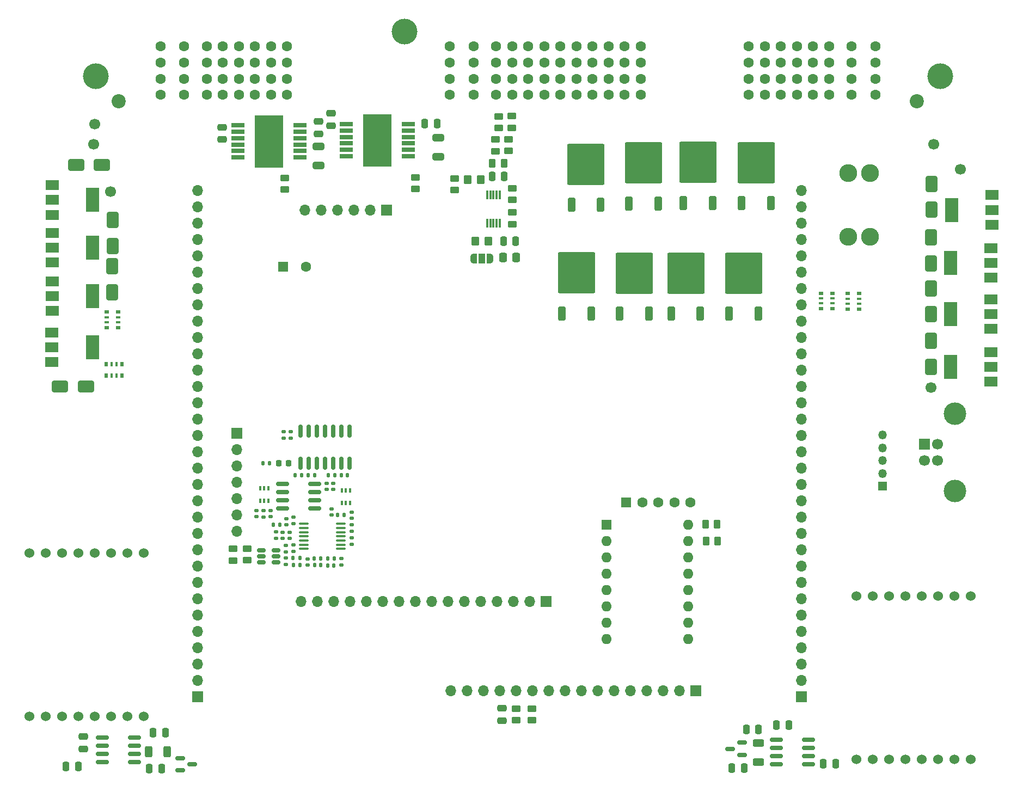
<source format=gbr>
%TF.GenerationSoftware,KiCad,Pcbnew,9.0.3*%
%TF.CreationDate,2025-10-28T00:12:23+00:00*%
%TF.ProjectId,Polygonus-Universal-Base,506f6c79-676f-46e7-9573-2d556e697665,rev?*%
%TF.SameCoordinates,Original*%
%TF.FileFunction,Soldermask,Top*%
%TF.FilePolarity,Negative*%
%FSLAX46Y46*%
G04 Gerber Fmt 4.6, Leading zero omitted, Abs format (unit mm)*
G04 Created by KiCad (PCBNEW 9.0.3) date 2025-10-28 00:12:23*
%MOMM*%
%LPD*%
G01*
G04 APERTURE LIST*
G04 Aperture macros list*
%AMRoundRect*
0 Rectangle with rounded corners*
0 $1 Rounding radius*
0 $2 $3 $4 $5 $6 $7 $8 $9 X,Y pos of 4 corners*
0 Add a 4 corners polygon primitive as box body*
4,1,4,$2,$3,$4,$5,$6,$7,$8,$9,$2,$3,0*
0 Add four circle primitives for the rounded corners*
1,1,$1+$1,$2,$3*
1,1,$1+$1,$4,$5*
1,1,$1+$1,$6,$7*
1,1,$1+$1,$8,$9*
0 Add four rect primitives between the rounded corners*
20,1,$1+$1,$2,$3,$4,$5,0*
20,1,$1+$1,$4,$5,$6,$7,0*
20,1,$1+$1,$6,$7,$8,$9,0*
20,1,$1+$1,$8,$9,$2,$3,0*%
%AMFreePoly0*
4,1,23,0.550000,-0.750000,0.000000,-0.750000,0.000000,-0.745722,-0.065263,-0.745722,-0.191342,-0.711940,-0.304381,-0.646677,-0.396677,-0.554381,-0.461940,-0.441342,-0.495722,-0.315263,-0.495722,-0.250000,-0.500000,-0.250000,-0.500000,0.250000,-0.495722,0.250000,-0.495722,0.315263,-0.461940,0.441342,-0.396677,0.554381,-0.304381,0.646677,-0.191342,0.711940,-0.065263,0.745722,0.000000,0.745722,
0.000000,0.750000,0.550000,0.750000,0.550000,-0.750000,0.550000,-0.750000,$1*%
%AMFreePoly1*
4,1,23,0.000000,0.745722,0.065263,0.745722,0.191342,0.711940,0.304381,0.646677,0.396677,0.554381,0.461940,0.441342,0.495722,0.315263,0.495722,0.250000,0.500000,0.250000,0.500000,-0.250000,0.495722,-0.250000,0.495722,-0.315263,0.461940,-0.441342,0.396677,-0.554381,0.304381,-0.646677,0.191342,-0.711940,0.065263,-0.745722,0.000000,-0.745722,0.000000,-0.750000,-0.550000,-0.750000,
-0.550000,0.750000,0.000000,0.750000,0.000000,0.745722,0.000000,0.745722,$1*%
G04 Aperture macros list end*
%ADD10RoundRect,0.250000X-0.337500X-0.475000X0.337500X-0.475000X0.337500X0.475000X-0.337500X0.475000X0*%
%ADD11RoundRect,0.250000X-0.650000X1.000000X-0.650000X-1.000000X0.650000X-1.000000X0.650000X1.000000X0*%
%ADD12R,1.700000X1.700000*%
%ADD13O,1.700000X1.700000*%
%ADD14R,0.500000X0.800000*%
%ADD15R,0.400000X0.800000*%
%ADD16RoundRect,0.250000X0.350000X-0.850000X0.350000X0.850000X-0.350000X0.850000X-0.350000X-0.850000X0*%
%ADD17RoundRect,0.249997X2.650003X-2.950003X2.650003X2.950003X-2.650003X2.950003X-2.650003X-2.950003X0*%
%ADD18R,2.000000X1.500000*%
%ADD19R,2.000000X3.800000*%
%ADD20R,1.600000X1.600000*%
%ADD21C,1.600000*%
%ADD22RoundRect,0.135000X0.185000X-0.135000X0.185000X0.135000X-0.185000X0.135000X-0.185000X-0.135000X0*%
%ADD23RoundRect,0.150000X-0.825000X-0.150000X0.825000X-0.150000X0.825000X0.150000X-0.825000X0.150000X0*%
%ADD24RoundRect,0.150000X0.150000X-0.825000X0.150000X0.825000X-0.150000X0.825000X-0.150000X-0.825000X0*%
%ADD25R,0.800000X0.500000*%
%ADD26R,0.800000X0.400000*%
%ADD27C,1.700000*%
%ADD28RoundRect,0.250000X0.450000X-0.262500X0.450000X0.262500X-0.450000X0.262500X-0.450000X-0.262500X0*%
%ADD29RoundRect,0.140000X-0.170000X0.140000X-0.170000X-0.140000X0.170000X-0.140000X0.170000X0.140000X0*%
%ADD30RoundRect,0.135000X-0.135000X-0.185000X0.135000X-0.185000X0.135000X0.185000X-0.135000X0.185000X0*%
%ADD31RoundRect,0.250000X0.250000X0.475000X-0.250000X0.475000X-0.250000X-0.475000X0.250000X-0.475000X0*%
%ADD32RoundRect,0.218750X-0.218750X-0.256250X0.218750X-0.256250X0.218750X0.256250X-0.218750X0.256250X0*%
%ADD33C,1.524000*%
%ADD34RoundRect,0.250000X-0.250000X-0.475000X0.250000X-0.475000X0.250000X0.475000X-0.250000X0.475000X0*%
%ADD35RoundRect,0.135000X0.135000X0.185000X-0.135000X0.185000X-0.135000X-0.185000X0.135000X-0.185000X0*%
%ADD36RoundRect,0.135000X-0.185000X0.135000X-0.185000X-0.135000X0.185000X-0.135000X0.185000X0.135000X0*%
%ADD37RoundRect,0.250000X-1.000000X-0.650000X1.000000X-0.650000X1.000000X0.650000X-1.000000X0.650000X0*%
%ADD38O,1.600000X1.600000*%
%ADD39R,0.300000X1.400000*%
%ADD40RoundRect,0.250000X-0.262500X-0.450000X0.262500X-0.450000X0.262500X0.450000X-0.262500X0.450000X0*%
%ADD41RoundRect,0.140000X0.170000X-0.140000X0.170000X0.140000X-0.170000X0.140000X-0.170000X-0.140000X0*%
%ADD42R,2.000000X0.650000*%
%ADD43R,4.500000X8.100000*%
%ADD44RoundRect,0.250000X0.262500X0.450000X-0.262500X0.450000X-0.262500X-0.450000X0.262500X-0.450000X0*%
%ADD45RoundRect,0.250000X0.625000X-0.312500X0.625000X0.312500X-0.625000X0.312500X-0.625000X-0.312500X0*%
%ADD46RoundRect,0.250000X-0.350000X-0.450000X0.350000X-0.450000X0.350000X0.450000X-0.350000X0.450000X0*%
%ADD47C,2.780000*%
%ADD48RoundRect,0.150000X-0.512500X-0.150000X0.512500X-0.150000X0.512500X0.150000X-0.512500X0.150000X0*%
%ADD49R,0.400000X0.650000*%
%ADD50RoundRect,0.140000X0.140000X0.170000X-0.140000X0.170000X-0.140000X-0.170000X0.140000X-0.170000X0*%
%ADD51RoundRect,0.250000X-0.312500X-0.625000X0.312500X-0.625000X0.312500X0.625000X-0.312500X0.625000X0*%
%ADD52RoundRect,0.150000X0.587500X0.150000X-0.587500X0.150000X-0.587500X-0.150000X0.587500X-0.150000X0*%
%ADD53RoundRect,0.250000X-0.450000X0.262500X-0.450000X-0.262500X0.450000X-0.262500X0.450000X0.262500X0*%
%ADD54C,4.000000*%
%ADD55C,2.200000*%
%ADD56RoundRect,0.250000X-0.475000X0.250000X-0.475000X-0.250000X0.475000X-0.250000X0.475000X0.250000X0*%
%ADD57RoundRect,0.150000X-0.587500X-0.150000X0.587500X-0.150000X0.587500X0.150000X-0.587500X0.150000X0*%
%ADD58RoundRect,0.250000X0.650000X-0.325000X0.650000X0.325000X-0.650000X0.325000X-0.650000X-0.325000X0*%
%ADD59RoundRect,0.250000X0.475000X-0.250000X0.475000X0.250000X-0.475000X0.250000X-0.475000X-0.250000X0*%
%ADD60C,3.500000*%
%ADD61RoundRect,0.140000X-0.140000X-0.170000X0.140000X-0.170000X0.140000X0.170000X-0.140000X0.170000X0*%
%ADD62RoundRect,0.150000X0.825000X0.150000X-0.825000X0.150000X-0.825000X-0.150000X0.825000X-0.150000X0*%
%ADD63R,1.350000X1.350000*%
%ADD64O,1.350000X1.350000*%
%ADD65RoundRect,0.100000X-0.637500X-0.100000X0.637500X-0.100000X0.637500X0.100000X-0.637500X0.100000X0*%
%ADD66FreePoly0,180.000000*%
%ADD67R,1.000000X1.500000*%
%ADD68FreePoly1,180.000000*%
G04 APERTURE END LIST*
D10*
%TO.C,C25*%
X135262500Y-63640000D03*
X137337500Y-63640000D03*
%TD*%
D11*
%TO.C,D2*%
X201800000Y-76640000D03*
X201800000Y-80640000D03*
%TD*%
D12*
%TO.C,J5*%
X93888235Y-91017793D03*
D13*
X93888235Y-93557793D03*
X93888235Y-96097793D03*
X93888235Y-98637793D03*
X93888235Y-101177793D03*
X93888235Y-103717793D03*
X93888235Y-106257793D03*
%TD*%
D14*
%TO.C,RN3*%
X76000000Y-80240000D03*
D15*
X75200000Y-80240000D03*
X74400000Y-80240000D03*
D14*
X73600000Y-80240000D03*
X73600000Y-82040000D03*
D15*
X74400000Y-82040000D03*
X75200000Y-82040000D03*
D14*
X76000000Y-82040000D03*
%TD*%
D16*
%TO.C,Q2*%
X163337124Y-55140737D03*
D17*
X165617124Y-48840737D03*
D16*
X167897124Y-55140737D03*
%TD*%
D18*
%TO.C,U17*%
X65154476Y-59831561D03*
X65154476Y-62131561D03*
X65154476Y-64431561D03*
D19*
X71454476Y-62131561D03*
%TD*%
D20*
%TO.C,C2*%
X101112052Y-65110107D03*
D21*
X104612052Y-65110107D03*
%TD*%
D22*
%TO.C,R24*%
X102694607Y-105039580D03*
X102694607Y-104019580D03*
%TD*%
D23*
%TO.C,U21*%
X73006624Y-138366545D03*
X73006624Y-139636545D03*
X73006624Y-140906545D03*
X73006624Y-142176545D03*
X77956624Y-142176545D03*
X77956624Y-140906545D03*
X77956624Y-139636545D03*
X77956624Y-138366545D03*
%TD*%
D24*
%TO.C,U5*%
X103772815Y-95640995D03*
X105042815Y-95640995D03*
X106312815Y-95640995D03*
X107582815Y-95640995D03*
X108852815Y-95640995D03*
X110122815Y-95640995D03*
X111392815Y-95640995D03*
X111392815Y-90690995D03*
X110122815Y-90690995D03*
X108852815Y-90690995D03*
X107582815Y-90690995D03*
X106312815Y-90690995D03*
X105042815Y-90690995D03*
X103772815Y-90690995D03*
%TD*%
D25*
%TO.C,RN2*%
X188862544Y-69273813D03*
D26*
X188862544Y-70073813D03*
X188862544Y-70873813D03*
D25*
X188862544Y-71673813D03*
X190662544Y-71673813D03*
D26*
X190662544Y-70873813D03*
X190662544Y-70073813D03*
D25*
X190662544Y-69273813D03*
%TD*%
D27*
%TO.C,P1*%
X71628000Y-46075600D03*
%TD*%
D28*
%TO.C,R35*%
X121703685Y-52996521D03*
X121703685Y-51171521D03*
%TD*%
D29*
%TO.C,C22*%
X111753915Y-103277947D03*
X111753915Y-104237947D03*
%TD*%
D18*
%TO.C,U16*%
X65191189Y-52405741D03*
X65191189Y-54705741D03*
X65191189Y-57005741D03*
D19*
X71491189Y-54705741D03*
%TD*%
D30*
%TO.C,R11*%
X102652406Y-110402584D03*
X103672406Y-110402584D03*
%TD*%
D31*
%TO.C,C36*%
X69212465Y-142838958D03*
X67312465Y-142838958D03*
%TD*%
D32*
%TO.C,D1*%
X100384057Y-95641065D03*
X101959057Y-95641065D03*
%TD*%
D30*
%TO.C,R12*%
X107991506Y-110453400D03*
X109011506Y-110453400D03*
%TD*%
D33*
%TO.C,U1*%
X190269349Y-141724815D03*
X192809349Y-141724815D03*
X195349349Y-141724815D03*
X197889349Y-141724815D03*
X200429349Y-141724815D03*
X202969349Y-141724815D03*
X205509349Y-141724815D03*
X208049349Y-141724815D03*
X190269349Y-116324815D03*
X192809349Y-116324815D03*
X195349349Y-116324815D03*
X197889349Y-116324815D03*
X200429349Y-116324815D03*
X202969349Y-116324815D03*
X205509349Y-116324815D03*
X208049349Y-116324815D03*
%TD*%
D18*
%TO.C,U13*%
X211338488Y-58550546D03*
X211338488Y-56250546D03*
X211338488Y-53950546D03*
D19*
X205038488Y-56250546D03*
%TD*%
D31*
%TO.C,C27*%
X125032661Y-42835627D03*
X123132661Y-42835627D03*
%TD*%
D34*
%TO.C,C32*%
X177805526Y-136340000D03*
X179705526Y-136340000D03*
%TD*%
D18*
%TO.C,U14*%
X211155466Y-66786559D03*
X211155466Y-64486559D03*
X211155466Y-62186559D03*
D19*
X204855466Y-64486559D03*
%TD*%
D31*
%TO.C,C33*%
X82768167Y-137563839D03*
X80868167Y-137563839D03*
%TD*%
D18*
%TO.C,U19*%
X65154476Y-67355819D03*
X65154476Y-69655819D03*
X65154476Y-71955819D03*
D19*
X71454476Y-69655819D03*
%TD*%
D35*
%TO.C,R19*%
X110603170Y-103677567D03*
X109583170Y-103677567D03*
%TD*%
D36*
%TO.C,R23*%
X99963884Y-106309931D03*
X99963884Y-107329931D03*
%TD*%
D37*
%TO.C,D6*%
X68900000Y-49240000D03*
X72900000Y-49240000D03*
%TD*%
D11*
%TO.C,D8*%
X74500000Y-65040000D03*
X74500000Y-69040000D03*
%TD*%
D28*
%TO.C,R28*%
X136156488Y-47086808D03*
X136156488Y-45261808D03*
%TD*%
D31*
%TO.C,C30*%
X175022461Y-137038591D03*
X173122461Y-137038591D03*
%TD*%
D16*
%TO.C,Q7*%
X153420000Y-72380000D03*
D17*
X155700000Y-66080000D03*
D16*
X157980000Y-72380000D03*
%TD*%
D20*
%TO.C,A1*%
X151360000Y-105209750D03*
D38*
X151360000Y-107749750D03*
X151360000Y-110289750D03*
X151360000Y-112829750D03*
X151360000Y-115369750D03*
X151360000Y-117909750D03*
X151360000Y-120449750D03*
X151360000Y-122989750D03*
X164060000Y-122989750D03*
X164060000Y-120449750D03*
X164060000Y-117909750D03*
X164060000Y-115369750D03*
X164060000Y-112829750D03*
X164060000Y-110289750D03*
X164060000Y-107749750D03*
X164060000Y-105209750D03*
%TD*%
D34*
%TO.C,C34*%
X80284731Y-143131829D03*
X82184731Y-143131829D03*
%TD*%
%TO.C,C29*%
X170877796Y-143031045D03*
X172777796Y-143031045D03*
%TD*%
D39*
%TO.C,U10*%
X134811353Y-53880996D03*
X134311353Y-53880996D03*
X133811353Y-53880996D03*
X133311353Y-53880996D03*
X132811353Y-53880996D03*
X132811353Y-58280996D03*
X133311353Y-58280996D03*
X133811353Y-58280996D03*
X134311353Y-58280996D03*
X134811353Y-58280996D03*
%TD*%
D28*
%TO.C,R27*%
X134142220Y-47096793D03*
X134142220Y-45271793D03*
%TD*%
D18*
%TO.C,U11*%
X211155466Y-82984051D03*
X211155466Y-80684051D03*
X211155466Y-78384051D03*
D19*
X204855466Y-80684051D03*
%TD*%
D35*
%TO.C,R15*%
X106958279Y-110441734D03*
X105938279Y-110441734D03*
%TD*%
D40*
%TO.C,R2*%
X166846916Y-107749289D03*
X168671916Y-107749289D03*
%TD*%
D25*
%TO.C,RN4*%
X75458314Y-74539005D03*
D26*
X75458314Y-73739005D03*
X75458314Y-72939005D03*
D25*
X75458314Y-72139005D03*
X73658314Y-72139005D03*
D26*
X73658314Y-72939005D03*
X73658314Y-73739005D03*
D25*
X73658314Y-74539005D03*
%TD*%
D41*
%TO.C,C15*%
X107851547Y-99715769D03*
X107851547Y-98755769D03*
%TD*%
D30*
%TO.C,R22*%
X99550669Y-105224359D03*
X100570669Y-105224359D03*
%TD*%
D42*
%TO.C,U15*%
X120537906Y-47908604D03*
X120537906Y-46908604D03*
X120537906Y-45908604D03*
X120537906Y-44908604D03*
X120537906Y-43908604D03*
X120537906Y-42908604D03*
X110937906Y-42908604D03*
X110937906Y-43908604D03*
X110937906Y-44908604D03*
X110937906Y-45908604D03*
X110937906Y-46908604D03*
X110937906Y-47908604D03*
D43*
X115737906Y-45408604D03*
%TD*%
D44*
%TO.C,R29*%
X135421872Y-48964572D03*
X133596872Y-48964572D03*
%TD*%
D18*
%TO.C,U18*%
X65127619Y-75332820D03*
X65127619Y-77632820D03*
X65127619Y-79932820D03*
D19*
X71427619Y-77632820D03*
%TD*%
D45*
%TO.C,R36*%
X175014418Y-142128630D03*
X175014418Y-139203630D03*
%TD*%
D27*
%TO.C,P3*%
X74269600Y-53441600D03*
%TD*%
D46*
%TO.C,R32*%
X129809704Y-51520545D03*
X131809704Y-51520545D03*
%TD*%
D16*
%TO.C,Q8*%
X144420000Y-72342005D03*
D17*
X146700000Y-66042005D03*
D16*
X148980000Y-72342005D03*
%TD*%
D29*
%TO.C,C18*%
X101158839Y-90784460D03*
X101158839Y-91744460D03*
%TD*%
D47*
%TO.C,F1*%
X192364464Y-50542664D03*
X188964464Y-50542664D03*
X192364464Y-60462664D03*
X188964464Y-60462664D03*
%TD*%
D28*
%TO.C,R5*%
X101340513Y-53094840D03*
X101340513Y-51269840D03*
%TD*%
D48*
%TO.C,U4*%
X97720254Y-109163333D03*
X97720254Y-110113333D03*
X97720254Y-111063333D03*
X99995254Y-111063333D03*
X99995254Y-110113333D03*
X99995254Y-109163333D03*
%TD*%
D49*
%TO.C,U8*%
X97506000Y-101473000D03*
X98156000Y-101473000D03*
X98806000Y-101473000D03*
X98806000Y-99573000D03*
X98156000Y-99573000D03*
X97506000Y-99573000D03*
%TD*%
D50*
%TO.C,C7*%
X108969840Y-111550010D03*
X108009840Y-111550010D03*
%TD*%
D18*
%TO.C,U12*%
X211155466Y-74748038D03*
X211155466Y-72448038D03*
X211155466Y-70148038D03*
D19*
X204855466Y-72448038D03*
%TD*%
D28*
%TO.C,R8*%
X93328736Y-110787347D03*
X93328736Y-108962347D03*
%TD*%
D29*
%TO.C,C20*%
X99154135Y-103003922D03*
X99154135Y-103963922D03*
%TD*%
%TO.C,C16*%
X102278781Y-90761128D03*
X102278781Y-91721128D03*
%TD*%
D28*
%TO.C,R4*%
X137316345Y-135636620D03*
X137316345Y-133811620D03*
%TD*%
D44*
%TO.C,R1*%
X168584105Y-105177683D03*
X166759105Y-105177683D03*
%TD*%
D51*
%TO.C,R37*%
X80155250Y-140550045D03*
X83080250Y-140550045D03*
%TD*%
D29*
%TO.C,C10*%
X96901000Y-103025000D03*
X96901000Y-103985000D03*
%TD*%
D34*
%TO.C,C24*%
X135350000Y-61140000D03*
X137250000Y-61140000D03*
%TD*%
D52*
%TO.C,D10*%
X172464671Y-141014880D03*
X172464671Y-139114880D03*
X170589671Y-140064880D03*
%TD*%
D46*
%TO.C,R33*%
X131000000Y-61140000D03*
X133000000Y-61140000D03*
%TD*%
D27*
%TO.C,P6*%
X206400400Y-49936400D03*
%TD*%
D53*
%TO.C,R30*%
X136700000Y-56627500D03*
X136700000Y-58452500D03*
%TD*%
D23*
%TO.C,U7*%
X101008268Y-98873572D03*
X101008268Y-100143572D03*
X101008268Y-101413572D03*
X101008268Y-102683572D03*
X105958268Y-102683572D03*
X105958268Y-101413572D03*
X105958268Y-100143572D03*
X105958268Y-98873572D03*
%TD*%
D27*
%TO.C,P5*%
X202234800Y-46075600D03*
%TD*%
D22*
%TO.C,R16*%
X98044000Y-104015000D03*
X98044000Y-102995000D03*
%TD*%
D54*
%TO.C,J1*%
X71950000Y-35490000D03*
D55*
X75550000Y-39340000D03*
D54*
X120000000Y-28490000D03*
D55*
X199650000Y-39340000D03*
D54*
X203250000Y-35490000D03*
D21*
X101700000Y-38340000D03*
X101700000Y-35840000D03*
X101700000Y-33340000D03*
X101700000Y-30840000D03*
X99200000Y-38340000D03*
X99200000Y-35840000D03*
X99200000Y-33340000D03*
X99200000Y-30840000D03*
X96700000Y-38340000D03*
X96700000Y-35840000D03*
X96700000Y-33340000D03*
X96700000Y-30840000D03*
X94200000Y-38340000D03*
X94200000Y-35840000D03*
X94200000Y-33340000D03*
X94200000Y-30840000D03*
X91700000Y-38340000D03*
X91700000Y-35840000D03*
X91700000Y-33340000D03*
X91700000Y-30840000D03*
X89200000Y-38340000D03*
X89200000Y-35840000D03*
X89200000Y-33340000D03*
X89200000Y-30840000D03*
X85700000Y-38340000D03*
X85700000Y-35840000D03*
X85700000Y-33340000D03*
X85700000Y-30840000D03*
X82000000Y-38340000D03*
X82000000Y-35840000D03*
X82000000Y-33340000D03*
X82000000Y-30840000D03*
X156700000Y-38340000D03*
X156700000Y-35840000D03*
X156700000Y-33340000D03*
X156700000Y-30840000D03*
X154200000Y-38340000D03*
X154200000Y-35840000D03*
X154200000Y-33340000D03*
X154200000Y-30840000D03*
X151700000Y-38340000D03*
X151700000Y-35840000D03*
X151700000Y-33340000D03*
X151700000Y-30840000D03*
X149200000Y-38340000D03*
X149200000Y-35840000D03*
X149200000Y-33340000D03*
X149200000Y-30840000D03*
X146700000Y-38340000D03*
X146700000Y-35840000D03*
X146700000Y-33340000D03*
X146700000Y-30840000D03*
X144200000Y-38340000D03*
X144200000Y-35840000D03*
X144200000Y-33340000D03*
X144200000Y-30840000D03*
X141700000Y-38340000D03*
X141700000Y-35840000D03*
X141700000Y-33340000D03*
X141700000Y-30840000D03*
X139200000Y-38340000D03*
X139200000Y-35840000D03*
X139200000Y-33340000D03*
X139200000Y-30840000D03*
X136700000Y-38340000D03*
X136700000Y-35840000D03*
X136700000Y-33340000D03*
X136700000Y-30840000D03*
X134200000Y-38340000D03*
X134200000Y-35840000D03*
X134200000Y-33340000D03*
X134200000Y-30840000D03*
X130700000Y-38340000D03*
X130700000Y-35840000D03*
X130700000Y-33340000D03*
X130700000Y-30840000D03*
X127000000Y-38340000D03*
X127000000Y-35840000D03*
X127000000Y-33340000D03*
X127000000Y-30840000D03*
X173500000Y-38340000D03*
X173500000Y-35840000D03*
X173500000Y-33340000D03*
X173500000Y-30840000D03*
X176000000Y-38340000D03*
X176000000Y-35840000D03*
X176000000Y-33340000D03*
X176000000Y-30840000D03*
X178500000Y-38340000D03*
X178500000Y-35840000D03*
X178500000Y-33340000D03*
X178500000Y-30840000D03*
X181000000Y-38340000D03*
X181000000Y-35840000D03*
X181000000Y-33340000D03*
X181000000Y-30840000D03*
X183500000Y-38340000D03*
X183500000Y-35840000D03*
X183500000Y-33340000D03*
X183500000Y-30840000D03*
X186000000Y-38340000D03*
X186000000Y-35840000D03*
X186000000Y-33340000D03*
X186000000Y-30840000D03*
X189500000Y-38340000D03*
X189500000Y-35840000D03*
X189500000Y-33340000D03*
X189500000Y-30840000D03*
X193200000Y-38340000D03*
X193200000Y-35840000D03*
X193200000Y-33340000D03*
X193200000Y-30840000D03*
%TD*%
D11*
%TO.C,D3*%
X201800000Y-68440000D03*
X201800000Y-72440000D03*
%TD*%
D56*
%TO.C,C5*%
X91623348Y-43390000D03*
X91623348Y-45290000D03*
%TD*%
D57*
%TO.C,D11*%
X85069372Y-141504002D03*
X85069372Y-143404002D03*
X86944372Y-142454002D03*
%TD*%
D58*
%TO.C,C3*%
X106562042Y-49339600D03*
X106562042Y-46389600D03*
%TD*%
D16*
%TO.C,Q5*%
X170420000Y-72380000D03*
D17*
X172700000Y-66080000D03*
D16*
X174980000Y-72380000D03*
%TD*%
D59*
%TO.C,C35*%
X69993202Y-140080574D03*
X69993202Y-138180574D03*
%TD*%
D50*
%TO.C,C11*%
X103950231Y-97512576D03*
X102990231Y-97512576D03*
%TD*%
D30*
%TO.C,R21*%
X108147741Y-97543685D03*
X109167741Y-97543685D03*
%TD*%
D29*
%TO.C,C13*%
X108584360Y-102738701D03*
X108584360Y-103698701D03*
%TD*%
D12*
%TO.C,J4*%
X200849999Y-92720000D03*
D27*
X200849999Y-95220000D03*
X202849999Y-95220000D03*
X202849999Y-92720000D03*
D60*
X205559999Y-87950000D03*
X205559999Y-99990000D03*
%TD*%
D36*
%TO.C,R18*%
X111786259Y-105229532D03*
X111786259Y-106249532D03*
%TD*%
D61*
%TO.C,C12*%
X110146538Y-97520079D03*
X111106538Y-97520079D03*
%TD*%
D36*
%TO.C,R9*%
X110134755Y-110480039D03*
X110134755Y-111500039D03*
%TD*%
D30*
%TO.C,R6*%
X97915000Y-95631000D03*
X98935000Y-95631000D03*
%TD*%
D62*
%TO.C,U20*%
X182760593Y-142478446D03*
X182760593Y-141208446D03*
X182760593Y-139938446D03*
X182760593Y-138668446D03*
X177810593Y-138668446D03*
X177810593Y-139938446D03*
X177810593Y-141208446D03*
X177810593Y-142478446D03*
%TD*%
D30*
%TO.C,R13*%
X102731362Y-111507528D03*
X103751362Y-111507528D03*
%TD*%
D11*
%TO.C,D4*%
X201800000Y-60540000D03*
X201800000Y-64540000D03*
%TD*%
D16*
%TO.C,Q6*%
X161420000Y-72380000D03*
D17*
X163700000Y-66080000D03*
D16*
X165980000Y-72380000D03*
%TD*%
D37*
%TO.C,D9*%
X66400000Y-83740000D03*
X70400000Y-83740000D03*
%TD*%
D41*
%TO.C,C9*%
X104884343Y-111504719D03*
X104884343Y-110544719D03*
%TD*%
D16*
%TO.C,Q4*%
X145922936Y-55440022D03*
D17*
X148202936Y-49140022D03*
D16*
X150482936Y-55440022D03*
%TD*%
D41*
%TO.C,C14*%
X101591948Y-105251543D03*
X101591948Y-104291543D03*
%TD*%
D28*
%TO.C,R25*%
X134632173Y-43509301D03*
X134632173Y-41684301D03*
%TD*%
D34*
%TO.C,C31*%
X185107368Y-142389712D03*
X187007368Y-142389712D03*
%TD*%
D28*
%TO.C,R3*%
X139749110Y-135636620D03*
X139749110Y-133811620D03*
%TD*%
D11*
%TO.C,D7*%
X74600000Y-57840000D03*
X74600000Y-61840000D03*
%TD*%
D63*
%TO.C,J3*%
X194310000Y-99250000D03*
D64*
X194310000Y-97250000D03*
X194310000Y-95250000D03*
X194310000Y-93250000D03*
X194310000Y-91250000D03*
%TD*%
D59*
%TO.C,C28*%
X108579658Y-43118935D03*
X108579658Y-41218935D03*
%TD*%
D50*
%TO.C,C8*%
X106939945Y-111515012D03*
X105979945Y-111515012D03*
%TD*%
D25*
%TO.C,RN1*%
X186551050Y-71602925D03*
D26*
X186551050Y-70802925D03*
X186551050Y-70002925D03*
D25*
X186551050Y-69202925D03*
X184751050Y-69202925D03*
D26*
X184751050Y-70002925D03*
X184751050Y-70802925D03*
D25*
X184751050Y-71602925D03*
%TD*%
D29*
%TO.C,C19*%
X102094885Y-106391780D03*
X102094885Y-107351780D03*
%TD*%
D16*
%TO.C,Q3*%
X154852819Y-55247290D03*
D17*
X157132819Y-48947290D03*
D16*
X159412819Y-55247290D03*
%TD*%
D27*
%TO.C,P4*%
X201879200Y-83870800D03*
%TD*%
D42*
%TO.C,U3*%
X103677537Y-48096167D03*
X103677537Y-47096167D03*
X103677537Y-46096167D03*
X103677537Y-45096167D03*
X103677537Y-44096167D03*
X103677537Y-43096167D03*
X94077537Y-43096167D03*
X94077537Y-44096167D03*
X94077537Y-45096167D03*
X94077537Y-46096167D03*
X94077537Y-47096167D03*
X94077537Y-48096167D03*
D43*
X98877537Y-45596167D03*
%TD*%
D59*
%TO.C,C1*%
X135157194Y-135666133D03*
X135157194Y-133766133D03*
%TD*%
D65*
%TO.C,U6*%
X104314536Y-105075641D03*
X104314536Y-105725641D03*
X104314536Y-106375641D03*
X104314536Y-107025641D03*
X104314536Y-107675641D03*
X104314536Y-108325641D03*
X104314536Y-108975641D03*
X110039536Y-108975641D03*
X110039536Y-108325641D03*
X110039536Y-107675641D03*
X110039536Y-107025641D03*
X110039536Y-106375641D03*
X110039536Y-105725641D03*
X110039536Y-105075641D03*
%TD*%
D41*
%TO.C,C17*%
X108862606Y-99723546D03*
X108862606Y-98763546D03*
%TD*%
D11*
%TO.C,D5*%
X201900000Y-52240000D03*
X201900000Y-56240000D03*
%TD*%
D29*
%TO.C,C21*%
X101042347Y-106396965D03*
X101042347Y-107356965D03*
%TD*%
D33*
%TO.C,U2*%
X61611115Y-135011435D03*
X64151115Y-135011435D03*
X66691115Y-135011435D03*
X69231115Y-135011435D03*
X71771115Y-135011435D03*
X74311115Y-135011435D03*
X76851115Y-135011435D03*
X79391115Y-135011435D03*
X61611115Y-109611435D03*
X64151115Y-109611435D03*
X66691115Y-109611435D03*
X69231115Y-109611435D03*
X71771115Y-109611435D03*
X74311115Y-109611435D03*
X76851115Y-109611435D03*
X79391115Y-109611435D03*
%TD*%
D66*
%TO.C,JP1*%
X133300000Y-63782500D03*
D67*
X132000000Y-63782500D03*
D68*
X130700000Y-63782500D03*
%TD*%
D53*
%TO.C,R7*%
X95492320Y-108906871D03*
X95492320Y-110731871D03*
%TD*%
D28*
%TO.C,R26*%
X136615925Y-43481749D03*
X136615925Y-41656749D03*
%TD*%
D34*
%TO.C,C23*%
X133559372Y-51041904D03*
X135459372Y-51041904D03*
%TD*%
D59*
%TO.C,C4*%
X106612595Y-44416468D03*
X106612595Y-42516468D03*
%TD*%
D29*
%TO.C,C6*%
X101531149Y-110419946D03*
X101531149Y-111379946D03*
%TD*%
D12*
%TO.C,J2*%
X181672763Y-132012059D03*
D13*
X181672763Y-129472059D03*
X181672763Y-126932059D03*
X181672763Y-124392059D03*
X181672763Y-121852059D03*
X181672763Y-119312059D03*
X181672763Y-116772059D03*
X181672763Y-114232059D03*
X181672763Y-111692059D03*
X181672763Y-109152059D03*
X181672763Y-106612059D03*
X181672763Y-104072059D03*
X181672763Y-101532059D03*
X181672763Y-98992059D03*
X181672763Y-96452059D03*
X181672763Y-93912059D03*
X181672763Y-91372059D03*
X181672763Y-88832059D03*
X181672763Y-86292059D03*
X181672763Y-83752059D03*
X181672763Y-81212059D03*
X181672763Y-78672059D03*
X181672763Y-76132059D03*
X181672763Y-73592059D03*
X181672763Y-71052059D03*
X181672763Y-68512059D03*
X181672763Y-65972059D03*
X181672763Y-63432059D03*
X181672763Y-60892059D03*
X181672763Y-58352059D03*
X181672763Y-55812059D03*
X181672763Y-53272059D03*
D12*
X87760080Y-132017154D03*
D13*
X87760080Y-129477154D03*
X87760080Y-126937154D03*
X87760080Y-124397154D03*
X87760080Y-121857154D03*
X87760080Y-119317154D03*
X87760080Y-116777154D03*
X87760080Y-114237154D03*
X87760080Y-111697154D03*
X87760080Y-109157154D03*
X87760080Y-106617154D03*
X87760080Y-104077154D03*
X87760080Y-101537154D03*
X87760080Y-98997154D03*
X87760080Y-96457154D03*
X87760080Y-93917154D03*
X87760080Y-91377154D03*
X87760080Y-88837154D03*
X87760080Y-86297154D03*
X87760080Y-83757154D03*
X87760080Y-81217154D03*
X87760080Y-78677154D03*
X87760080Y-76137154D03*
X87760080Y-73597154D03*
X87760080Y-71057154D03*
X87760080Y-68517154D03*
X87760080Y-65977154D03*
X87760080Y-63437154D03*
X87760080Y-60897154D03*
X87760080Y-58357154D03*
X87760080Y-55817154D03*
X87760080Y-53277154D03*
D12*
X165230080Y-131026287D03*
D13*
X162690080Y-131026287D03*
X160150080Y-131026287D03*
X157610080Y-131026287D03*
X155070080Y-131026287D03*
X152530080Y-131026287D03*
X149990080Y-131026287D03*
X147450080Y-131026287D03*
X144910080Y-131026287D03*
X142370080Y-131026287D03*
X139830080Y-131026287D03*
X137290080Y-131026287D03*
X134750080Y-131026287D03*
X132210080Y-131026287D03*
X129670080Y-131026287D03*
X127130080Y-131026287D03*
D12*
X141953794Y-117134404D03*
D13*
X139413794Y-117134404D03*
X136873794Y-117134404D03*
X134333794Y-117134404D03*
X131793794Y-117134404D03*
X129253794Y-117134404D03*
X126713794Y-117134404D03*
X124173794Y-117134404D03*
X121633794Y-117134404D03*
X119093794Y-117134404D03*
X116553794Y-117134404D03*
X114013794Y-117134404D03*
X111473794Y-117134404D03*
X108933794Y-117134404D03*
X106393794Y-117134404D03*
X103853794Y-117134404D03*
D21*
X164425871Y-101751522D03*
X161925871Y-101751522D03*
X159425871Y-101751522D03*
X156925871Y-101751522D03*
D20*
X154425871Y-101751522D03*
D12*
X117154579Y-56302538D03*
D13*
X114614579Y-56302538D03*
X112074579Y-56302538D03*
X109534579Y-56302538D03*
X106994579Y-56302538D03*
X104454579Y-56302538D03*
%TD*%
D53*
%TO.C,R31*%
X136767835Y-52882467D03*
X136767835Y-54707467D03*
%TD*%
D36*
%TO.C,R10*%
X101545284Y-108404638D03*
X101545284Y-109424638D03*
%TD*%
%TO.C,R17*%
X111786259Y-107271094D03*
X111786259Y-108291094D03*
%TD*%
D22*
%TO.C,R14*%
X102660041Y-109388344D03*
X102660041Y-108368344D03*
%TD*%
D58*
%TO.C,C26*%
X125200007Y-47969022D03*
X125200007Y-45019022D03*
%TD*%
D27*
%TO.C,P2*%
X71780400Y-42926000D03*
%TD*%
D35*
%TO.C,R20*%
X105971239Y-97497021D03*
X104951239Y-97497021D03*
%TD*%
D49*
%TO.C,U9*%
X110205506Y-101814105D03*
X110855506Y-101814105D03*
X111505506Y-101814105D03*
X111505506Y-99914105D03*
X110855506Y-99914105D03*
X110205506Y-99914105D03*
%TD*%
D53*
%TO.C,R34*%
X127720250Y-51342152D03*
X127720250Y-53167152D03*
%TD*%
D16*
%TO.C,Q1*%
X172371404Y-55213011D03*
D17*
X174651404Y-48913011D03*
D16*
X176931404Y-55213011D03*
%TD*%
M02*

</source>
